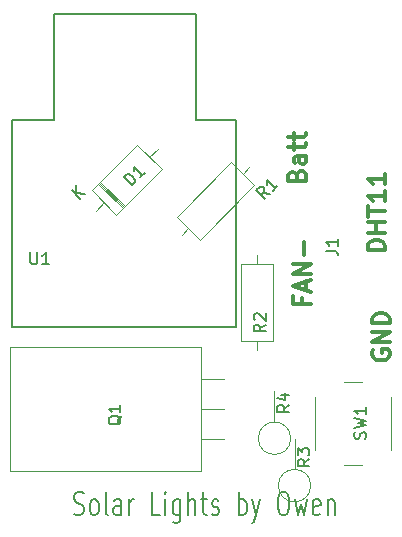
<source format=gbr>
G04 #@! TF.GenerationSoftware,KiCad,Pcbnew,5.1.4-1.fc30*
G04 #@! TF.CreationDate,2019-08-27T20:45:53+02:00*
G04 #@! TF.ProjectId,BoatFanControl,426f6174-4661-46e4-936f-6e74726f6c2e,rev?*
G04 #@! TF.SameCoordinates,PX5140c80PY5efc680*
G04 #@! TF.FileFunction,Legend,Top*
G04 #@! TF.FilePolarity,Positive*
%FSLAX46Y46*%
G04 Gerber Fmt 4.6, Leading zero omitted, Abs format (unit mm)*
G04 Created by KiCad (PCBNEW 5.1.4-1.fc30) date 2019-08-27 20:45:53*
%MOMM*%
%LPD*%
G04 APERTURE LIST*
%ADD10C,0.200000*%
%ADD11C,0.300000*%
%ADD12C,0.120000*%
%ADD13C,0.150000*%
G04 APERTURE END LIST*
D10*
X5733333Y990477D02*
X5933333Y895239D01*
X6266666Y895239D01*
X6399999Y990477D01*
X6466666Y1085715D01*
X6533333Y1276191D01*
X6533333Y1466667D01*
X6466666Y1657143D01*
X6399999Y1752381D01*
X6266666Y1847620D01*
X5999999Y1942858D01*
X5866666Y2038096D01*
X5799999Y2133334D01*
X5733333Y2323810D01*
X5733333Y2514286D01*
X5799999Y2704762D01*
X5866666Y2800000D01*
X5999999Y2895239D01*
X6333333Y2895239D01*
X6533333Y2800000D01*
X7333333Y895239D02*
X7199999Y990477D01*
X7133333Y1085715D01*
X7066666Y1276191D01*
X7066666Y1847620D01*
X7133333Y2038096D01*
X7199999Y2133334D01*
X7333333Y2228572D01*
X7533333Y2228572D01*
X7666666Y2133334D01*
X7733333Y2038096D01*
X7799999Y1847620D01*
X7799999Y1276191D01*
X7733333Y1085715D01*
X7666666Y990477D01*
X7533333Y895239D01*
X7333333Y895239D01*
X8599999Y895239D02*
X8466666Y990477D01*
X8399999Y1180953D01*
X8399999Y2895239D01*
X9733333Y895239D02*
X9733333Y1942858D01*
X9666666Y2133334D01*
X9533333Y2228572D01*
X9266666Y2228572D01*
X9133333Y2133334D01*
X9733333Y990477D02*
X9599999Y895239D01*
X9266666Y895239D01*
X9133333Y990477D01*
X9066666Y1180953D01*
X9066666Y1371429D01*
X9133333Y1561905D01*
X9266666Y1657143D01*
X9599999Y1657143D01*
X9733333Y1752381D01*
X10399999Y895239D02*
X10399999Y2228572D01*
X10399999Y1847620D02*
X10466666Y2038096D01*
X10533333Y2133334D01*
X10666666Y2228572D01*
X10799999Y2228572D01*
X12999999Y895239D02*
X12333333Y895239D01*
X12333333Y2895239D01*
X13466666Y895239D02*
X13466666Y2228572D01*
X13466666Y2895239D02*
X13399999Y2800000D01*
X13466666Y2704762D01*
X13533333Y2800000D01*
X13466666Y2895239D01*
X13466666Y2704762D01*
X14733333Y2228572D02*
X14733333Y609524D01*
X14666666Y419048D01*
X14599999Y323810D01*
X14466666Y228572D01*
X14266666Y228572D01*
X14133333Y323810D01*
X14733333Y990477D02*
X14599999Y895239D01*
X14333333Y895239D01*
X14199999Y990477D01*
X14133333Y1085715D01*
X14066666Y1276191D01*
X14066666Y1847620D01*
X14133333Y2038096D01*
X14199999Y2133334D01*
X14333333Y2228572D01*
X14599999Y2228572D01*
X14733333Y2133334D01*
X15399999Y895239D02*
X15399999Y2895239D01*
X15999999Y895239D02*
X15999999Y1942858D01*
X15933333Y2133334D01*
X15799999Y2228572D01*
X15599999Y2228572D01*
X15466666Y2133334D01*
X15399999Y2038096D01*
X16466666Y2228572D02*
X16999999Y2228572D01*
X16666666Y2895239D02*
X16666666Y1180953D01*
X16733333Y990477D01*
X16866666Y895239D01*
X16999999Y895239D01*
X17399999Y990477D02*
X17533333Y895239D01*
X17799999Y895239D01*
X17933333Y990477D01*
X17999999Y1180953D01*
X17999999Y1276191D01*
X17933333Y1466667D01*
X17799999Y1561905D01*
X17599999Y1561905D01*
X17466666Y1657143D01*
X17399999Y1847620D01*
X17399999Y1942858D01*
X17466666Y2133334D01*
X17599999Y2228572D01*
X17799999Y2228572D01*
X17933333Y2133334D01*
X19666666Y895239D02*
X19666666Y2895239D01*
X19666666Y2133334D02*
X19799999Y2228572D01*
X20066666Y2228572D01*
X20199999Y2133334D01*
X20266666Y2038096D01*
X20333333Y1847620D01*
X20333333Y1276191D01*
X20266666Y1085715D01*
X20199999Y990477D01*
X20066666Y895239D01*
X19799999Y895239D01*
X19666666Y990477D01*
X20799999Y2228572D02*
X21133333Y895239D01*
X21466666Y2228572D02*
X21133333Y895239D01*
X20999999Y419048D01*
X20933333Y323810D01*
X20799999Y228572D01*
X23333333Y2895239D02*
X23599999Y2895239D01*
X23733333Y2800000D01*
X23866666Y2609524D01*
X23933333Y2228572D01*
X23933333Y1561905D01*
X23866666Y1180953D01*
X23733333Y990477D01*
X23599999Y895239D01*
X23333333Y895239D01*
X23199999Y990477D01*
X23066666Y1180953D01*
X22999999Y1561905D01*
X22999999Y2228572D01*
X23066666Y2609524D01*
X23199999Y2800000D01*
X23333333Y2895239D01*
X24399999Y2228572D02*
X24666666Y895239D01*
X24933333Y1847620D01*
X25199999Y895239D01*
X25466666Y2228572D01*
X26533333Y990477D02*
X26399999Y895239D01*
X26133333Y895239D01*
X25999999Y990477D01*
X25933333Y1180953D01*
X25933333Y1942858D01*
X25999999Y2133334D01*
X26133333Y2228572D01*
X26399999Y2228572D01*
X26533333Y2133334D01*
X26599999Y1942858D01*
X26599999Y1752381D01*
X25933333Y1561905D01*
X27199999Y2228572D02*
X27199999Y895239D01*
X27199999Y2038096D02*
X27266666Y2133334D01*
X27399999Y2228572D01*
X27599999Y2228572D01*
X27733333Y2133334D01*
X27799999Y1942858D01*
X27799999Y895239D01*
D11*
X24592857Y29671429D02*
X24664285Y29885715D01*
X24735714Y29957143D01*
X24878571Y30028572D01*
X25092857Y30028572D01*
X25235714Y29957143D01*
X25307142Y29885715D01*
X25378571Y29742858D01*
X25378571Y29171429D01*
X23878571Y29171429D01*
X23878571Y29671429D01*
X23950000Y29814286D01*
X24021428Y29885715D01*
X24164285Y29957143D01*
X24307142Y29957143D01*
X24450000Y29885715D01*
X24521428Y29814286D01*
X24592857Y29671429D01*
X24592857Y29171429D01*
X25378571Y31314286D02*
X24592857Y31314286D01*
X24450000Y31242858D01*
X24378571Y31100000D01*
X24378571Y30814286D01*
X24450000Y30671429D01*
X25307142Y31314286D02*
X25378571Y31171429D01*
X25378571Y30814286D01*
X25307142Y30671429D01*
X25164285Y30600000D01*
X25021428Y30600000D01*
X24878571Y30671429D01*
X24807142Y30814286D01*
X24807142Y31171429D01*
X24735714Y31314286D01*
X24378571Y31814286D02*
X24378571Y32385715D01*
X23878571Y32028572D02*
X25164285Y32028572D01*
X25307142Y32100000D01*
X25378571Y32242858D01*
X25378571Y32385715D01*
X24378571Y32671429D02*
X24378571Y33242858D01*
X23878571Y32885715D02*
X25164285Y32885715D01*
X25307142Y32957143D01*
X25378571Y33100000D01*
X25378571Y33242858D01*
X32078571Y23321429D02*
X30578571Y23321429D01*
X30578571Y23678572D01*
X30650000Y23892858D01*
X30792857Y24035715D01*
X30935714Y24107143D01*
X31221428Y24178572D01*
X31435714Y24178572D01*
X31721428Y24107143D01*
X31864285Y24035715D01*
X32007142Y23892858D01*
X32078571Y23678572D01*
X32078571Y23321429D01*
X32078571Y24821429D02*
X30578571Y24821429D01*
X31292857Y24821429D02*
X31292857Y25678572D01*
X32078571Y25678572D02*
X30578571Y25678572D01*
X30578571Y26178572D02*
X30578571Y27035715D01*
X32078571Y26607143D02*
X30578571Y26607143D01*
X32078571Y28321429D02*
X32078571Y27464286D01*
X32078571Y27892858D02*
X30578571Y27892858D01*
X30792857Y27750000D01*
X30935714Y27607143D01*
X31007142Y27464286D01*
X32078571Y29750000D02*
X32078571Y28892858D01*
X32078571Y29321429D02*
X30578571Y29321429D01*
X30792857Y29178572D01*
X30935714Y29035715D01*
X31007142Y28892858D01*
X24992857Y19257143D02*
X24992857Y18757143D01*
X25778571Y18757143D02*
X24278571Y18757143D01*
X24278571Y19471429D01*
X25350000Y19971429D02*
X25350000Y20685715D01*
X25778571Y19828572D02*
X24278571Y20328572D01*
X25778571Y20828572D01*
X25778571Y21328572D02*
X24278571Y21328572D01*
X25778571Y22185715D01*
X24278571Y22185715D01*
X25207142Y22900000D02*
X25207142Y24042858D01*
X31050000Y14857143D02*
X30978571Y14714286D01*
X30978571Y14500000D01*
X31050000Y14285715D01*
X31192857Y14142858D01*
X31335714Y14071429D01*
X31621428Y14000000D01*
X31835714Y14000000D01*
X32121428Y14071429D01*
X32264285Y14142858D01*
X32407142Y14285715D01*
X32478571Y14500000D01*
X32478571Y14642858D01*
X32407142Y14857143D01*
X32335714Y14928572D01*
X31835714Y14928572D01*
X31835714Y14642858D01*
X32478571Y15571429D02*
X30978571Y15571429D01*
X32478571Y16428572D01*
X30978571Y16428572D01*
X32478571Y17142858D02*
X30978571Y17142858D01*
X30978571Y17500000D01*
X31050000Y17714286D01*
X31192857Y17857143D01*
X31335714Y17928572D01*
X31621428Y18000000D01*
X31835714Y18000000D01*
X32121428Y17928572D01*
X32264285Y17857143D01*
X32407142Y17714286D01*
X32478571Y17500000D01*
X32478571Y17142858D01*
D12*
X22700000Y8770000D02*
X22700000Y11380000D01*
X24070000Y7400000D02*
G75*
G03X24070000Y7400000I-1370000J0D01*
G01*
X24400000Y4770000D02*
X24400000Y7380000D01*
X25770000Y3400000D02*
G75*
G03X25770000Y3400000I-1370000J0D01*
G01*
X21200000Y14880000D02*
X21200000Y15650000D01*
X21200000Y22960000D02*
X21200000Y22190000D01*
X22570000Y15650000D02*
X22570000Y22190000D01*
X19830000Y15650000D02*
X22570000Y15650000D01*
X19830000Y22190000D02*
X19830000Y15650000D01*
X22570000Y22190000D02*
X19830000Y22190000D01*
X14851186Y24651186D02*
X15395658Y25195658D01*
X20564609Y30364609D02*
X20020137Y29820137D01*
X16364395Y24226922D02*
X20988873Y28851400D01*
X14426922Y26164395D02*
X16364395Y24226922D01*
X19051400Y30788873D02*
X14426922Y26164395D01*
X20988873Y28851400D02*
X19051400Y30788873D01*
X16440000Y12430000D02*
X18400000Y12430000D01*
X16440000Y9890000D02*
X18400000Y9890000D01*
X16440000Y7350000D02*
X18400000Y7350000D01*
X330000Y15140000D02*
X16440000Y15140000D01*
X330000Y4640000D02*
X16440000Y4640000D01*
X330000Y4640000D02*
X330000Y15140000D01*
X16440000Y4640000D02*
X16440000Y15140000D01*
X28600000Y5150000D02*
X30100000Y5150000D01*
X32600000Y6400000D02*
X32600000Y10900000D01*
X30100000Y12150000D02*
X28600000Y12150000D01*
X26100000Y10900000D02*
X26100000Y6400000D01*
X7780868Y28959762D02*
X9859762Y26880868D01*
X7950574Y29129468D02*
X10029468Y27050574D01*
X7865721Y29044615D02*
X9944615Y26965721D01*
X12836682Y31936682D02*
X12115433Y31215433D01*
X7547523Y26647523D02*
X8268772Y27368772D01*
X11075986Y32254880D02*
X7229325Y28408219D01*
X13154880Y30175986D02*
X11075986Y32254880D01*
X9308219Y26329325D02*
X13154880Y30175986D01*
X7229325Y28408219D02*
X9308219Y26329325D01*
D13*
X3990000Y43350000D02*
X3990000Y34350000D01*
X19450000Y34350000D02*
X19450000Y16850000D01*
X16020000Y34350000D02*
X19450000Y34350000D01*
X450000Y34350000D02*
X450000Y16850000D01*
X16020000Y43350000D02*
X3990000Y43350000D01*
X16020000Y43350000D02*
X16020000Y34350000D01*
X3990000Y34350000D02*
X450000Y34350000D01*
X450000Y16850000D02*
X19450000Y16850000D01*
X23952380Y10233334D02*
X23476190Y9900000D01*
X23952380Y9661905D02*
X22952380Y9661905D01*
X22952380Y10042858D01*
X23000000Y10138096D01*
X23047619Y10185715D01*
X23142857Y10233334D01*
X23285714Y10233334D01*
X23380952Y10185715D01*
X23428571Y10138096D01*
X23476190Y10042858D01*
X23476190Y9661905D01*
X23285714Y11090477D02*
X23952380Y11090477D01*
X22904761Y10852381D02*
X23619047Y10614286D01*
X23619047Y11233334D01*
X25652380Y5633334D02*
X25176190Y5300000D01*
X25652380Y5061905D02*
X24652380Y5061905D01*
X24652380Y5442858D01*
X24700000Y5538096D01*
X24747619Y5585715D01*
X24842857Y5633334D01*
X24985714Y5633334D01*
X25080952Y5585715D01*
X25128571Y5538096D01*
X25176190Y5442858D01*
X25176190Y5061905D01*
X24652380Y5966667D02*
X24652380Y6585715D01*
X25033333Y6252381D01*
X25033333Y6395239D01*
X25080952Y6490477D01*
X25128571Y6538096D01*
X25223809Y6585715D01*
X25461904Y6585715D01*
X25557142Y6538096D01*
X25604761Y6490477D01*
X25652380Y6395239D01*
X25652380Y6109524D01*
X25604761Y6014286D01*
X25557142Y5966667D01*
X21952380Y17033334D02*
X21476190Y16700000D01*
X21952380Y16461905D02*
X20952380Y16461905D01*
X20952380Y16842858D01*
X21000000Y16938096D01*
X21047619Y16985715D01*
X21142857Y17033334D01*
X21285714Y17033334D01*
X21380952Y16985715D01*
X21428571Y16938096D01*
X21476190Y16842858D01*
X21476190Y16461905D01*
X21047619Y17414286D02*
X21000000Y17461905D01*
X20952380Y17557143D01*
X20952380Y17795239D01*
X21000000Y17890477D01*
X21047619Y17938096D01*
X21142857Y17985715D01*
X21238095Y17985715D01*
X21380952Y17938096D01*
X21952380Y17366667D01*
X21952380Y17985715D01*
X22279847Y28088399D02*
X21707427Y28189414D01*
X21875786Y27684338D02*
X21168679Y28391444D01*
X21438053Y28660819D01*
X21539068Y28694490D01*
X21606412Y28694490D01*
X21707427Y28660819D01*
X21808442Y28559803D01*
X21842114Y28458788D01*
X21842114Y28391444D01*
X21808442Y28290429D01*
X21539068Y28021055D01*
X22953282Y28761834D02*
X22549221Y28357773D01*
X22751252Y28559803D02*
X22044145Y29266910D01*
X22077817Y29098551D01*
X22077817Y28963864D01*
X22044145Y28862849D01*
X9747619Y9304762D02*
X9700000Y9209524D01*
X9604761Y9114286D01*
X9461904Y8971429D01*
X9414285Y8876191D01*
X9414285Y8780953D01*
X9652380Y8828572D02*
X9604761Y8733334D01*
X9509523Y8638096D01*
X9319047Y8590477D01*
X8985714Y8590477D01*
X8795238Y8638096D01*
X8700000Y8733334D01*
X8652380Y8828572D01*
X8652380Y9019048D01*
X8700000Y9114286D01*
X8795238Y9209524D01*
X8985714Y9257143D01*
X9319047Y9257143D01*
X9509523Y9209524D01*
X9604761Y9114286D01*
X9652380Y9019048D01*
X9652380Y8828572D01*
X9652380Y10209524D02*
X9652380Y9638096D01*
X9652380Y9923810D02*
X8652380Y9923810D01*
X8795238Y9828572D01*
X8890476Y9733334D01*
X8938095Y9638096D01*
X27052380Y23266667D02*
X27766666Y23266667D01*
X27909523Y23219048D01*
X28004761Y23123810D01*
X28052380Y22980953D01*
X28052380Y22885715D01*
X28052380Y24266667D02*
X28052380Y23695239D01*
X28052380Y23980953D02*
X27052380Y23980953D01*
X27195238Y23885715D01*
X27290476Y23790477D01*
X27338095Y23695239D01*
X30404761Y7366667D02*
X30452380Y7509524D01*
X30452380Y7747620D01*
X30404761Y7842858D01*
X30357142Y7890477D01*
X30261904Y7938096D01*
X30166666Y7938096D01*
X30071428Y7890477D01*
X30023809Y7842858D01*
X29976190Y7747620D01*
X29928571Y7557143D01*
X29880952Y7461905D01*
X29833333Y7414286D01*
X29738095Y7366667D01*
X29642857Y7366667D01*
X29547619Y7414286D01*
X29500000Y7461905D01*
X29452380Y7557143D01*
X29452380Y7795239D01*
X29500000Y7938096D01*
X29452380Y8271429D02*
X30452380Y8509524D01*
X29738095Y8700000D01*
X30452380Y8890477D01*
X29452380Y9128572D01*
X30452380Y10033334D02*
X30452380Y9461905D01*
X30452380Y9747620D02*
X29452380Y9747620D01*
X29595238Y9652381D01*
X29690476Y9557143D01*
X29738095Y9461905D01*
X10640610Y28818005D02*
X9933503Y29525111D01*
X10101862Y29693470D01*
X10236549Y29760814D01*
X10371236Y29760814D01*
X10472251Y29727142D01*
X10640610Y29626127D01*
X10741625Y29525111D01*
X10842641Y29356753D01*
X10876312Y29255737D01*
X10876312Y29121050D01*
X10808969Y28986363D01*
X10640610Y28818005D01*
X11718106Y29895501D02*
X11314045Y29491440D01*
X11516076Y29693470D02*
X10808969Y30400577D01*
X10842641Y30232218D01*
X10842641Y30097531D01*
X10808969Y29996516D01*
X6234688Y27694924D02*
X5527581Y28402031D01*
X6638749Y28098985D02*
X5931642Y28200000D01*
X5931642Y28806092D02*
X5931642Y27997970D01*
X2038095Y23147620D02*
X2038095Y22338096D01*
X2085714Y22242858D01*
X2133333Y22195239D01*
X2228571Y22147620D01*
X2419047Y22147620D01*
X2514285Y22195239D01*
X2561904Y22242858D01*
X2609523Y22338096D01*
X2609523Y23147620D01*
X3609523Y22147620D02*
X3038095Y22147620D01*
X3323809Y22147620D02*
X3323809Y23147620D01*
X3228571Y23004762D01*
X3133333Y22909524D01*
X3038095Y22861905D01*
M02*

</source>
